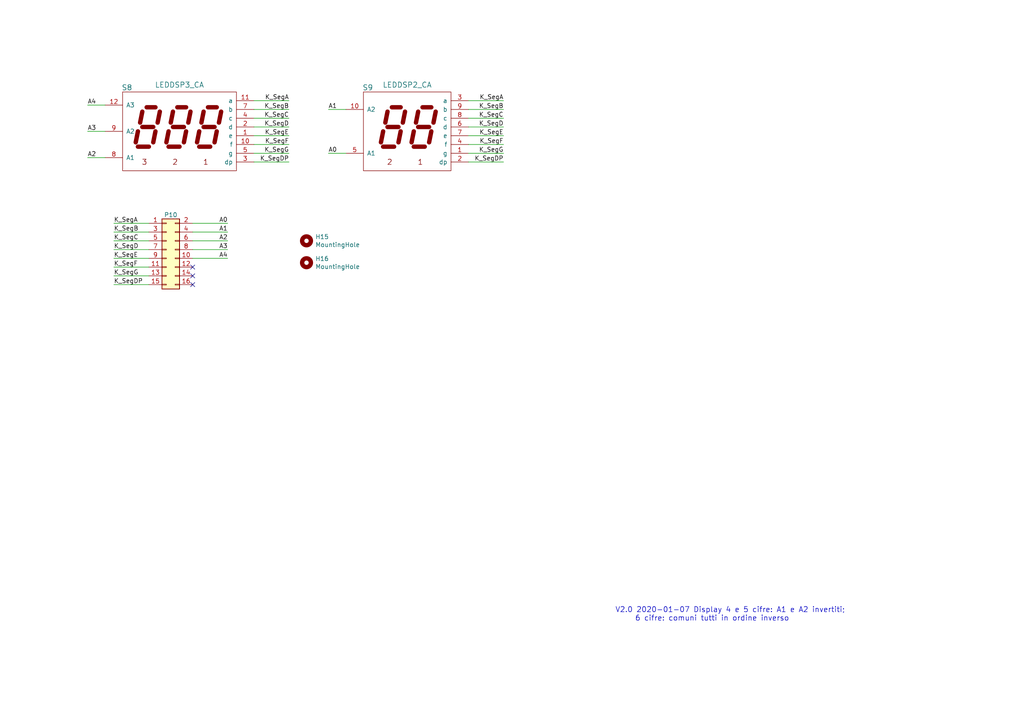
<source format=kicad_sch>
(kicad_sch (version 20211123) (generator eeschema)
  (paper "A4")
  (lib_symbols
    (symbol "Connector_Generic:Conn_02x08_Odd_Even" (pin_names (offset 1.016) hide)
      (property "Reference" "J" (at 1.27 10.16 0))
      (property "Value" "Conn_02x08_Odd_Even" (at 1.27 -12.7 0))
      (symbol "Conn_02x08_Odd_Even_1_1"
        (rectangle (start -1.27 -10.033) (end 0 -10.287) (stroke (width 0.1524)))
        (rectangle (start -1.27 -7.493) (end 0 -7.747) (stroke (width 0.1524)))
        (rectangle (start -1.27 -4.953) (end 0 -5.207) (stroke (width 0.1524)))
        (rectangle (start -1.27 -2.413) (end 0 -2.667) (stroke (width 0.1524)))
        (rectangle (start -1.27 0.127) (end 0 -0.127) (stroke (width 0.1524)))
        (rectangle (start -1.27 2.667) (end 0 2.413) (stroke (width 0.1524)))
        (rectangle (start -1.27 5.207) (end 0 4.953) (stroke (width 0.1524)))
        (rectangle (start -1.27 7.747) (end 0 7.493) (stroke (width 0.1524)))
        (rectangle (start -1.27 8.89) (end 3.81 -11.43) (stroke (width 0.254)) (fill (type background)))
        (rectangle (start 3.81 -10.033) (end 2.54 -10.287) (stroke (width 0.1524)))
        (rectangle (start 3.81 -7.493) (end 2.54 -7.747) (stroke (width 0.1524)))
        (rectangle (start 3.81 -4.953) (end 2.54 -5.207) (stroke (width 0.1524)))
        (rectangle (start 3.81 -2.413) (end 2.54 -2.667) (stroke (width 0.1524)))
        (rectangle (start 3.81 0.127) (end 2.54 -0.127) (stroke (width 0.1524)))
        (rectangle (start 3.81 2.667) (end 2.54 2.413) (stroke (width 0.1524)))
        (rectangle (start 3.81 5.207) (end 2.54 4.953) (stroke (width 0.1524)))
        (rectangle (start 3.81 7.747) (end 2.54 7.493) (stroke (width 0.1524)))
        (pin passive line (at -5.08 7.62 0) (length 3.81) (name "Pin_1") (number "1"))
        (pin passive line (at 7.62 -2.54 180) (length 3.81) (name "Pin_10") (number "10"))
        (pin passive line (at -5.08 -5.08 0) (length 3.81) (name "Pin_11") (number "11"))
        (pin passive line (at 7.62 -5.08 180) (length 3.81) (name "Pin_12") (number "12"))
        (pin passive line (at -5.08 -7.62 0) (length 3.81) (name "Pin_13") (number "13"))
        (pin passive line (at 7.62 -7.62 180) (length 3.81) (name "Pin_14") (number "14"))
        (pin passive line (at -5.08 -10.16 0) (length 3.81) (name "Pin_15") (number "15"))
        (pin passive line (at 7.62 -10.16 180) (length 3.81) (name "Pin_16") (number "16"))
        (pin passive line (at 7.62 7.62 180) (length 3.81) (name "Pin_2") (number "2"))
        (pin passive line (at -5.08 5.08 0) (length 3.81) (name "Pin_3") (number "3"))
        (pin passive line (at 7.62 5.08 180) (length 3.81) (name "Pin_4") (number "4"))
        (pin passive line (at -5.08 2.54 0) (length 3.81) (name "Pin_5") (number "5"))
        (pin passive line (at 7.62 2.54 180) (length 3.81) (name "Pin_6") (number "6"))
        (pin passive line (at -5.08 0 0) (length 3.81) (name "Pin_7") (number "7"))
        (pin passive line (at 7.62 0 180) (length 3.81) (name "Pin_8") (number "8"))
        (pin passive line (at -5.08 -2.54 0) (length 3.81) (name "Pin_9") (number "9"))
      )
    )
    (symbol "GCC_display:LEDDSP2_CA" (pin_names (offset 1.016))
      (property "Reference" "S" (at -12.7 12.7 0))
      (property "Value" "LEDDSP2_CA" (at 1.27 -15.24 0))
      (symbol "LEDDSP2_CA_0_0"
        (text "1" (at 3.81 -10.16 0) (effects (font (size 1.524 1.524))))
        (text "2" (at -5.08 -10.16 0) (effects (font (size 1.524 1.524))))
      )
      (symbol "LEDDSP2_CA_0_1"
        (rectangle (start -12.7 10.16) (end 12.7 -12.7))
        (polyline (pts (xy -6.985 -5.715) (xy -3.81 -5.715)) (stroke (width 1.27)))
        (polyline (pts (xy -6.985 -1.27) (xy -7.62 -4.445)) (stroke (width 1.27)))
        (polyline (pts (xy -6.35 1.27) (xy -5.715 4.445)) (stroke (width 1.27)))
        (polyline (pts (xy -5.715 0) (xy -2.54 0)) (stroke (width 1.27)))
        (polyline (pts (xy -4.445 5.715) (xy -1.905 5.715)) (stroke (width 1.27)))
        (polyline (pts (xy -1.905 -1.27) (xy -2.54 -4.445)) (stroke (width 1.27)))
        (polyline (pts (xy -1.27 -5.715) (xy -1.27 -5.715)) (stroke (width 1.27)))
        (polyline (pts (xy -1.27 1.27) (xy -0.635 4.445)) (stroke (width 1.27)))
        (polyline (pts (xy 1.905 -5.715) (xy 5.08 -5.715)) (stroke (width 1.27)))
        (polyline (pts (xy 1.905 -1.27) (xy 1.27 -4.445)) (stroke (width 1.27)))
        (polyline (pts (xy 2.54 1.27) (xy 3.175 4.445)) (stroke (width 1.27)))
        (polyline (pts (xy 3.175 0) (xy 6.35 0)) (stroke (width 1.27)))
        (polyline (pts (xy 4.445 5.715) (xy 6.985 5.715)) (stroke (width 1.27)))
        (polyline (pts (xy 6.985 -1.27) (xy 6.35 -4.445)) (stroke (width 1.27)))
        (polyline (pts (xy 7.62 -5.715) (xy 7.62 -5.715)) (stroke (width 1.27)))
        (polyline (pts (xy 7.62 1.27) (xy 8.255 4.445)) (stroke (width 1.27)))
      )
      (symbol "LEDDSP2_CA_1_1"
        (pin passive line (at 17.78 -7.62 180) (length 5.08) (name "g") (number "1"))
        (pin passive line (at -17.78 5.08 0) (length 5.08) (name "A2") (number "10"))
        (pin passive line (at 17.78 -10.16 180) (length 5.08) (name "dp") (number "2"))
        (pin passive line (at 17.78 7.62 180) (length 5.08) (name "a") (number "3"))
        (pin passive line (at 17.78 -5.08 180) (length 5.08) (name "f") (number "4"))
        (pin passive line (at -17.78 -7.62 0) (length 5.08) (name "A1") (number "5"))
        (pin passive line (at 17.78 0 180) (length 5.08) (name "d") (number "6"))
        (pin passive line (at 17.78 -2.54 180) (length 5.08) (name "e") (number "7"))
        (pin passive line (at 17.78 2.54 180) (length 5.08) (name "c") (number "8"))
        (pin passive line (at 17.78 5.08 180) (length 5.08) (name "b") (number "9"))
      )
    )
    (symbol "GCC_display:LEDDSP3_CA" (pin_names (offset 1.016))
      (property "Reference" "S" (at -15.24 12.7 0))
      (property "Value" "LEDDSP3_CA" (at 0 -15.24 0))
      (symbol "LEDDSP3_CA_0_0"
        (text "1" (at 7.62 -10.16 0) (effects (font (size 1.524 1.524))))
        (text "2" (at -1.27 -10.16 0) (effects (font (size 1.524 1.524))))
        (text "3" (at -10.16 -10.16 0) (effects (font (size 1.524 1.524))))
      )
      (symbol "LEDDSP3_CA_0_1"
        (rectangle (start -16.51 10.16) (end 16.51 -12.7))
        (polyline (pts (xy -12.065 -5.715) (xy -8.89 -5.715)) (stroke (width 1.27)))
        (polyline (pts (xy -12.065 -1.27) (xy -12.7 -4.445)) (stroke (width 1.27)))
        (polyline (pts (xy -11.43 1.27) (xy -10.795 4.445)) (stroke (width 1.27)))
        (polyline (pts (xy -10.795 0) (xy -7.62 0)) (stroke (width 1.27)))
        (polyline (pts (xy -9.525 5.715) (xy -6.985 5.715)) (stroke (width 1.27)))
        (polyline (pts (xy -6.985 -1.27) (xy -7.62 -4.445)) (stroke (width 1.27)))
        (polyline (pts (xy -6.35 -5.715) (xy -6.35 -5.715)) (stroke (width 1.27)))
        (polyline (pts (xy -6.35 1.27) (xy -5.715 4.445)) (stroke (width 1.27)))
        (polyline (pts (xy -3.175 -5.715) (xy 0 -5.715)) (stroke (width 1.27)))
        (polyline (pts (xy -3.175 -1.27) (xy -3.81 -4.445)) (stroke (width 1.27)))
        (polyline (pts (xy -2.54 1.27) (xy -1.905 4.445)) (stroke (width 1.27)))
        (polyline (pts (xy -1.905 0) (xy 1.27 0)) (stroke (width 1.27)))
        (polyline (pts (xy -0.635 5.715) (xy 1.905 5.715)) (stroke (width 1.27)))
        (polyline (pts (xy 1.905 -1.27) (xy 1.27 -4.445)) (stroke (width 1.27)))
        (polyline (pts (xy 2.54 -5.715) (xy 2.54 -5.715)) (stroke (width 1.27)))
        (polyline (pts (xy 2.54 1.27) (xy 3.175 4.445)) (stroke (width 1.27)))
        (polyline (pts (xy 5.715 -5.715) (xy 8.89 -5.715)) (stroke (width 1.27)))
        (polyline (pts (xy 5.715 -1.27) (xy 5.08 -4.445)) (stroke (width 1.27)))
        (polyline (pts (xy 6.35 1.27) (xy 6.985 4.445)) (stroke (width 1.27)))
        (polyline (pts (xy 6.985 0) (xy 10.16 0)) (stroke (width 1.27)))
        (polyline (pts (xy 8.255 5.715) (xy 10.795 5.715)) (stroke (width 1.27)))
        (polyline (pts (xy 10.795 -1.27) (xy 10.16 -4.445)) (stroke (width 1.27)))
        (polyline (pts (xy 11.43 -5.715) (xy 11.43 -5.715)) (stroke (width 1.27)))
        (polyline (pts (xy 11.43 1.27) (xy 12.065 4.445)) (stroke (width 1.27)))
      )
      (symbol "LEDDSP3_CA_1_1"
        (pin passive line (at 21.59 -2.54 180) (length 5.08) (name "e") (number "1"))
        (pin passive line (at 21.59 -5.08 180) (length 5.08) (name "f") (number "10"))
        (pin passive line (at 21.59 7.62 180) (length 5.08) (name "a") (number "11"))
        (pin passive line (at -21.59 6.35 0) (length 5.08) (name "A3") (number "12"))
        (pin passive line (at 21.59 0 180) (length 5.08) (name "d") (number "2"))
        (pin passive line (at 21.59 -10.16 180) (length 5.08) (name "dp") (number "3"))
        (pin passive line (at 21.59 2.54 180) (length 5.08) (name "c") (number "4"))
        (pin passive line (at 21.59 -7.62 180) (length 5.08) (name "g") (number "5"))
        (pin passive line (at 21.59 5.08 180) (length 5.08) (name "b") (number "7"))
        (pin passive line (at -21.59 -8.89 0) (length 5.08) (name "A1") (number "8"))
        (pin passive line (at -21.59 -1.27 0) (length 5.08) (name "A2") (number "9"))
      )
    )
    (symbol "Mechanical:MountingHole" (pin_names (offset 1.016))
      (property "Reference" "H" (at 0 5.08 0))
      (property "Value" "MountingHole" (at 0 3.175 0))
      (symbol "MountingHole_0_1"
        (circle (center 0 0) (radius 1.27) (stroke (width 1.27)))
      )
    )
  )
  (no_connect (at 55.88 82.55))
  (no_connect (at 55.88 77.47))
  (no_connect (at 55.88 80.01))
  (wire (pts (xy 83.82 44.45) (xy 73.66 44.45)))
  (wire (pts (xy 146.05 46.99) (xy 135.89 46.99)))
  (wire (pts (xy 30.48 30.48) (xy 25.4 30.48)))
  (wire (pts (xy 33.02 72.39) (xy 43.18 72.39)))
  (wire (pts (xy 83.82 34.29) (xy 73.66 34.29)))
  (wire (pts (xy 25.4 45.72) (xy 30.48 45.72)))
  (wire (pts (xy 55.88 72.39) (xy 66.04 72.39)))
  (wire (pts (xy 146.05 34.29) (xy 135.89 34.29)))
  (wire (pts (xy 146.05 29.21) (xy 135.89 29.21)))
  (wire (pts (xy 146.05 31.75) (xy 135.89 31.75)))
  (wire (pts (xy 33.02 74.93) (xy 43.18 74.93)))
  (wire (pts (xy 33.02 67.31) (xy 43.18 67.31)))
  (wire (pts (xy 33.02 80.01) (xy 43.18 80.01)))
  (wire (pts (xy 146.05 36.83) (xy 135.89 36.83)))
  (wire (pts (xy 55.88 74.93) (xy 66.04 74.93)))
  (wire (pts (xy 100.33 31.75) (xy 95.25 31.75)))
  (wire (pts (xy 55.88 64.77) (xy 66.04 64.77)))
  (wire (pts (xy 83.82 36.83) (xy 73.66 36.83)))
  (wire (pts (xy 146.05 39.37) (xy 135.89 39.37)))
  (wire (pts (xy 83.82 31.75) (xy 73.66 31.75)))
  (wire (pts (xy 146.05 41.91) (xy 135.89 41.91)))
  (wire (pts (xy 33.02 82.55) (xy 43.18 82.55)))
  (wire (pts (xy 33.02 69.85) (xy 43.18 69.85)))
  (wire (pts (xy 83.82 39.37) (xy 73.66 39.37)))
  (wire (pts (xy 100.33 44.45) (xy 95.25 44.45)))
  (wire (pts (xy 33.02 77.47) (xy 43.18 77.47)))
  (wire (pts (xy 33.02 64.77) (xy 43.18 64.77)))
  (wire (pts (xy 55.88 69.85) (xy 66.04 69.85)))
  (wire (pts (xy 83.82 46.99) (xy 73.66 46.99)))
  (wire (pts (xy 83.82 41.91) (xy 73.66 41.91)))
  (wire (pts (xy 83.82 29.21) (xy 73.66 29.21)))
  (wire (pts (xy 146.05 44.45) (xy 135.89 44.45)))
  (wire (pts (xy 55.88 67.31) (xy 66.04 67.31)))
  (wire (pts (xy 30.48 38.1) (xy 25.4 38.1)))
  (text "V2.0 2020-01-07 Display 4 e 5 cifre: A1 e A2 invertiti;\n	6 cifre: comuni tutti in ordine inverso" (at 178.435 180.34 0) (effects (font (size 1.524 1.524)) (justify left bottom)))
  (label "A2" (at 66.04 69.85 180))
  (label "K_SegF" (at 146.05 41.91 180))
  (label "K_SegA" (at 33.02 64.77 0))
  (label "K_SegC" (at 83.82 34.29 180))
  (label "K_SegF" (at 33.02 77.47 0))
  (label "A4" (at 66.04 74.93 180))
  (label "K_SegE" (at 83.82 39.37 180))
  (label "K_SegG" (at 83.82 44.45 180))
  (label "K_SegE" (at 146.05 39.37 180))
  (label "K_SegC" (at 33.02 69.85 0))
  (label "K_SegDP" (at 146.05 46.99 180))
  (label "K_SegD" (at 146.05 36.83 180))
  (label "K_SegG" (at 33.02 80.01 0))
  (label "K_SegB" (at 83.82 31.75 180))
  (label "K_SegDP" (at 83.82 46.99 180))
  (label "K_SegA" (at 146.05 29.21 180))
  (label "A3" (at 66.04 72.39 180))
  (label "A0" (at 66.04 64.77 180))
  (label "K_SegB" (at 146.05 31.75 180))
  (label "A4" (at 25.4 30.48 0))
  (label "A2" (at 25.4 45.72 0))
  (label "A3" (at 25.4 38.1 0))
  (label "K_SegG" (at 146.05 44.45 180))
  (label "K_SegF" (at 83.82 41.91 180))
  (label "K_SegC" (at 146.05 34.29 180))
  (label "K_SegB" (at 33.02 67.31 0))
  (label "K_SegA" (at 83.82 29.21 180))
  (label "K_SegD" (at 83.82 36.83 180))
  (label "K_SegE" (at 33.02 74.93 0))
  (label "A0" (at 95.25 44.45 0))
  (label "K_SegDP" (at 33.02 82.55 0))
  (label "A1" (at 95.25 31.75 0))
  (label "K_SegD" (at 33.02 72.39 0))
  (label "A1" (at 66.04 67.31 180))
  (symbol (lib_id "GCC_display:LEDDSP3_CA") (at 52.07 36.83 0) (unit 1)
    (property "Reference" "S8" (at 36.83 25.4 0) (effects (font (size 1.524 1.524))))
    (property "Value" "LEDDSP3_CA" (at 52.07 24.6126 0) (effects (font (size 1.524 1.524))))
    (property "Footprint" "GCC_Display:Disp7s3x_036" (effects hide))
  )
  (symbol (lib_id "GCC_display:LEDDSP2_CA") (at 118.11 36.83 0) (unit 1)
    (property "Reference" "S9" (at 106.68 25.4 0) (effects (font (size 1.524 1.524))))
    (property "Value" "LEDDSP2_CA" (at 118.11 24.6126 0) (effects (font (size 1.524 1.524))))
    (property "Footprint" "GCC_Display:Disp7s2x_036" (effects hide))
  )
  (symbol (lib_id "Mechanical:MountingHole") (at 88.9 69.85 0) (unit 1)
    (property "Reference" "H15" (at 91.44 68.6816 0) (effects (justify left)))
    (property "Value" "MountingHole" (at 91.44 70.993 0) (effects (justify left)))
    (property "Footprint" "GCC_holes:Hole3mm" (effects hide))
  )
  (symbol (lib_id "Mechanical:MountingHole") (at 88.9 76.2 0) (unit 1)
    (property "Reference" "H16" (at 91.44 75.0316 0) (effects (justify left)))
    (property "Value" "MountingHole" (at 91.44 77.343 0) (effects (justify left)))
    (property "Footprint" "GCC_holes:Hole3mm" (effects hide))
  )
  (symbol (lib_id "Connector_Generic:Conn_02x08_Odd_Even") (at 48.26 72.39 0) (unit 1)
    (property "Reference" "P10" (at 49.53 62.3372 0))
    (property "Value" "Conn_02x08_Odd_Even" (effects hide))
    (property "Footprint" "Connector_IDC:IDC-Header_2x08_P2.54mm_Vertical" (effects hide))
  )
)
</source>
